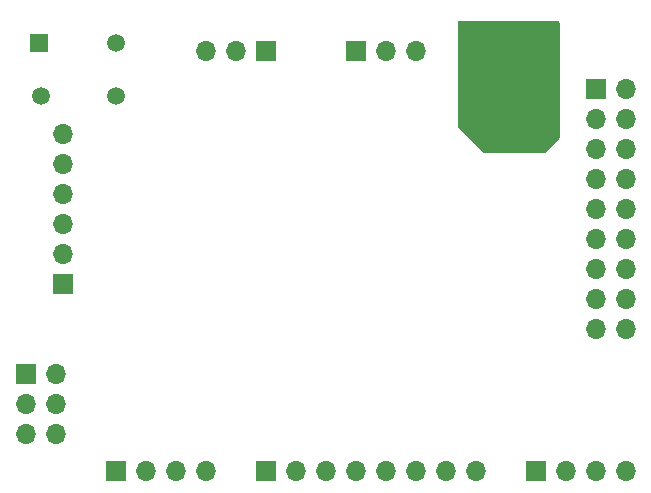
<source format=gbs>
G04 #@! TF.GenerationSoftware,KiCad,Pcbnew,6.0.1+dfsg-1*
G04 #@! TF.CreationDate,2022-05-09T21:45:28-04:00*
G04 #@! TF.ProjectId,wacom,7761636f-6d2e-46b6-9963-61645f706362,rev?*
G04 #@! TF.SameCoordinates,Original*
G04 #@! TF.FileFunction,Soldermask,Bot*
G04 #@! TF.FilePolarity,Negative*
%FSLAX46Y46*%
G04 Gerber Fmt 4.6, Leading zero omitted, Abs format (unit mm)*
G04 Created by KiCad (PCBNEW 6.0.1+dfsg-1) date 2022-05-09 21:45:28*
%MOMM*%
%LPD*%
G01*
G04 APERTURE LIST*
%ADD10R,1.700000X1.700000*%
%ADD11O,1.700000X1.700000*%
%ADD12R,1.498600X1.498600*%
%ADD13C,1.498600*%
G04 APERTURE END LIST*
D10*
X99060000Y-93980000D03*
D11*
X101600000Y-93980000D03*
X104140000Y-93980000D03*
X106680000Y-93980000D03*
D10*
X119380000Y-58420000D03*
D11*
X121920000Y-58420000D03*
X124460000Y-58420000D03*
D10*
X94615000Y-78105000D03*
D11*
X94615000Y-75565000D03*
X94615000Y-73025000D03*
X94615000Y-70485000D03*
X94615000Y-67945000D03*
X94615000Y-65405000D03*
D10*
X111760000Y-58420000D03*
D11*
X109220000Y-58420000D03*
X106680000Y-58420000D03*
D10*
X111760000Y-93980000D03*
D11*
X114300000Y-93980000D03*
X116840000Y-93980000D03*
X119380000Y-93980000D03*
X121920000Y-93980000D03*
X124460000Y-93980000D03*
X127000000Y-93980000D03*
X129540000Y-93980000D03*
D10*
X91440000Y-85725000D03*
D11*
X93980000Y-85725000D03*
X91440000Y-88265000D03*
X93980000Y-88265000D03*
X91440000Y-90805000D03*
X93980000Y-90805000D03*
D12*
X92559999Y-57729999D03*
D13*
X92710000Y-62230000D03*
X99060001Y-57729999D03*
X99060001Y-62230000D03*
D10*
X134630000Y-93980000D03*
D11*
X137170000Y-93980000D03*
X139710000Y-93980000D03*
X142250000Y-93980000D03*
D10*
X139700000Y-61595000D03*
D11*
X142240000Y-61595000D03*
X139700000Y-64135000D03*
X142240000Y-64135000D03*
X139700000Y-66675000D03*
X142240000Y-66675000D03*
X139700000Y-69215000D03*
X142240000Y-69215000D03*
X139700000Y-71755000D03*
X142240000Y-71755000D03*
X139700000Y-74295000D03*
X142240000Y-74295000D03*
X139700000Y-76835000D03*
X142240000Y-76835000D03*
X139700000Y-79375000D03*
X142240000Y-79375000D03*
X139700000Y-81915000D03*
X142240000Y-81915000D03*
G36*
X136594121Y-55900002D02*
G01*
X136640614Y-55953658D01*
X136652000Y-56006000D01*
X136652000Y-65733810D01*
X136631998Y-65801931D01*
X136615095Y-65822905D01*
X135418905Y-67019095D01*
X135356593Y-67053121D01*
X135329810Y-67056000D01*
X130354190Y-67056000D01*
X130286069Y-67035998D01*
X130265095Y-67019095D01*
X128052905Y-64806905D01*
X128018879Y-64744593D01*
X128016000Y-64717810D01*
X128016000Y-56006000D01*
X128036002Y-55937879D01*
X128089658Y-55891386D01*
X128142000Y-55880000D01*
X136526000Y-55880000D01*
X136594121Y-55900002D01*
G37*
M02*

</source>
